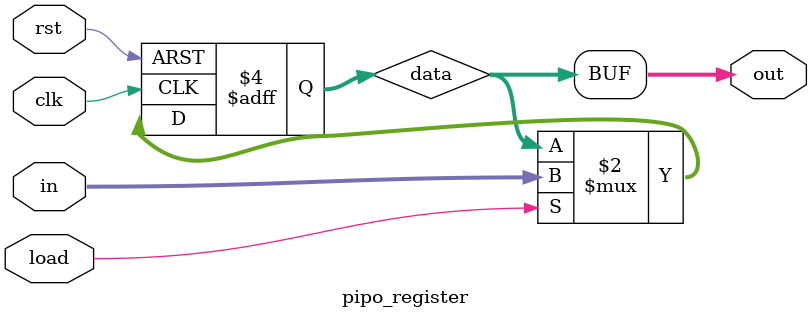
<source format=sv>
module pipo_register(clk, rst, load, in, out);
  input logic clk, rst, load;
  input logic [3:0] in;
  output logic [3:0] out;
  logic [3:0] data;
  
  always @(posedge clk or posedge rst) begin
    if(rst) begin
      data <= 4'b0000;
    end
    else if (load) begin
      data <= in;
    end
  end
  
  assign out = data;
endmodule

</source>
